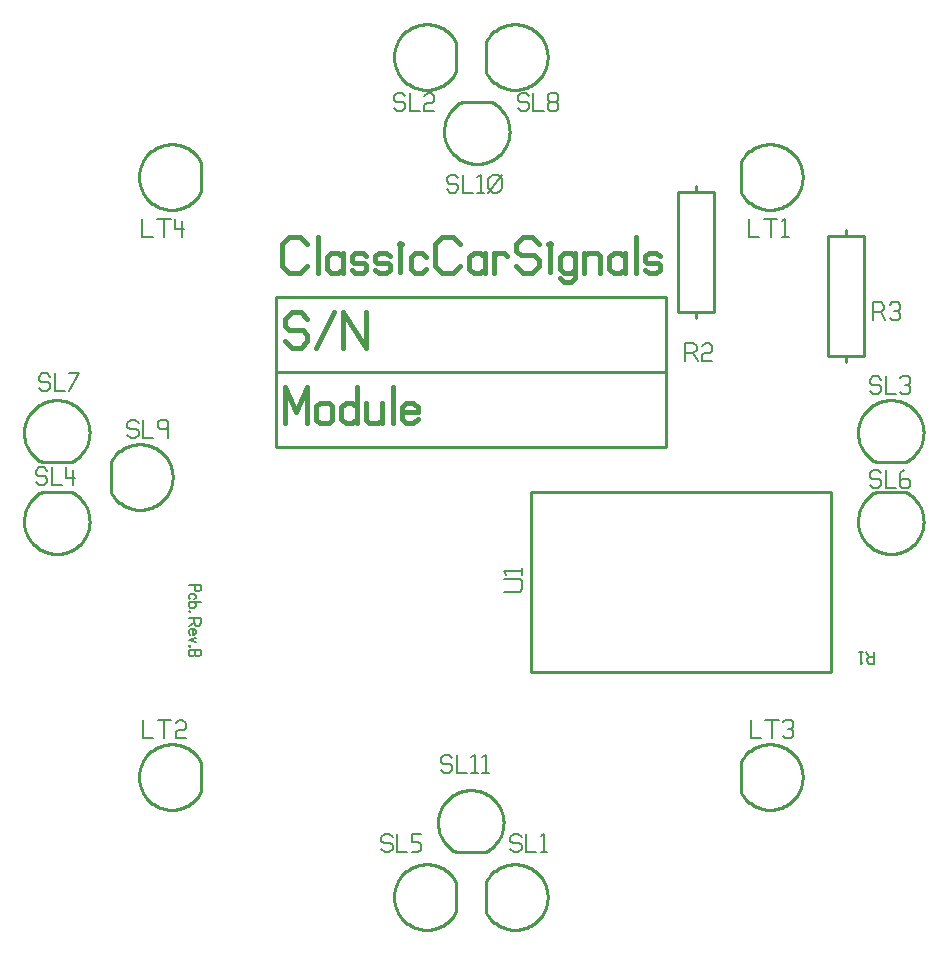
<source format=gto>
G04 -- Generated By PCBWeb Designer*
%FSLAX24Y24*%
%MOIN*%
%OFA0B0*%
%SFA1.0B1.0*%
%AMROTRECT*21,1,$1,$2,0,0,$3*%
%AMROTOBLONG*1,1,$7,$1,$2*1,1,$7,$3,$4*21,1,$5,$6,0,0,$8*%
%ADD10C,0.025*%
%ADD11R,0.045X0.045*%
%ADD12C,0.03*%
%ADD13R,0.055X0.055*%
%ADD14C,0.045*%
%ADD15C,0.055*%
%ADD16C,0.01*%
%ADD17C,0.008*%
%ADD18C,0.024*%
%ADD19C,0.035*%
%ADD20R,0.065X0.065*%
%ADD21C,0.032*%
%ADD22C,0.065*%
%ADD23C,0.005*%
%ADD24C,0.021*%
%ADD25R,0.0591X0.0512*%
%ADD26R,0.0691X0.0612*%
%ADD27R,0.0236X0.0315*%
%ADD28R,0.0336X0.0415*%
%ADD29C,0.033*%
%ADD30C,0.033*%
%ADD31C,0.026*%
%ADD32C,0.015*%
%ADD33C,0.031*%
%ADD34C,0.052*%
%ADD35C,0.062*%
%ADD36C,0.0*%
%ADD37C,0.0275*%
G01*
%LNERASE*%
%LPC*%
G54D18*
X16600Y11681D02*
X17125Y11681D01*
X17200Y11756D01*
X17200Y12019D01*
X17125Y12094D01*
X16600Y12094D01*
X17200Y12244D02*
X17200Y12469D01*
X17200Y12356D02*
X16600Y12356D01*
X16675Y12244D01*
G54D24*
X28955Y9681D02*
X28955Y9281D01*
X28780Y9281D01*
X28705Y9356D01*
X28705Y9431D01*
X28780Y9506D01*
X28955Y9506D01*
X28780Y9506D02*
X28680Y9681D01*
X28580Y9681D02*
X28430Y9681D01*
X28505Y9681D02*
X28505Y9281D01*
X28580Y9331D01*
G54D18*
X24781Y24100D02*
X24781Y23500D01*
X25119Y23500D01*
X25269Y24100D02*
X25719Y24100D01*
X25494Y24100D02*
X25494Y23500D01*
X25869Y23500D02*
X26094Y23500D01*
X25981Y23500D02*
X25981Y24100D01*
X25869Y24025D01*
X4575Y7400D02*
X4575Y6800D01*
X4912Y6800D01*
X5062Y7400D02*
X5512Y7400D01*
X5288Y7400D02*
X5288Y6800D01*
X5662Y7288D02*
X5775Y7400D01*
X5888Y7400D01*
X6000Y7288D01*
X6000Y7138D01*
X5925Y7062D01*
X5738Y7062D01*
X5662Y6988D01*
X5662Y6800D01*
X6000Y6800D01*
X24825Y7400D02*
X24825Y6800D01*
X25163Y6800D01*
X25313Y7400D02*
X25763Y7400D01*
X25538Y7400D02*
X25538Y6800D01*
X25913Y7325D02*
X25988Y7400D01*
X26175Y7400D01*
X26250Y7325D01*
X26250Y7175D01*
X26175Y7100D01*
X26063Y7100D01*
X26175Y7100D02*
X26250Y7025D01*
X26250Y6875D01*
X26175Y6800D01*
X25988Y6800D01*
X25913Y6875D01*
X17194Y3488D02*
X17081Y3600D01*
X16931Y3600D01*
X16819Y3488D01*
X16819Y3375D01*
X16894Y3300D01*
X17119Y3300D01*
X17194Y3225D01*
X17194Y3112D01*
X17081Y3000D01*
X16931Y3000D01*
X16819Y3112D01*
X17344Y3600D02*
X17344Y3000D01*
X17681Y3000D01*
X17831Y3000D02*
X18056Y3000D01*
X17944Y3000D02*
X17944Y3600D01*
X17831Y3525D01*
X13312Y28188D02*
X13200Y28300D01*
X13050Y28300D01*
X12938Y28188D01*
X12938Y28075D01*
X13012Y28000D01*
X13238Y28000D01*
X13312Y27925D01*
X13312Y27812D01*
X13200Y27700D01*
X13050Y27700D01*
X12938Y27812D01*
X13462Y28300D02*
X13462Y27700D01*
X13800Y27700D01*
X13950Y28188D02*
X14062Y28300D01*
X14175Y28300D01*
X14288Y28188D01*
X14288Y28038D01*
X14212Y27962D01*
X14025Y27962D01*
X13950Y27888D01*
X13950Y27700D01*
X14288Y27700D01*
X29175Y18750D02*
X29062Y18862D01*
X28912Y18862D01*
X28800Y18750D01*
X28800Y18638D01*
X28875Y18562D01*
X29100Y18562D01*
X29175Y18488D01*
X29175Y18375D01*
X29062Y18262D01*
X28912Y18262D01*
X28800Y18375D01*
X29325Y18862D02*
X29325Y18262D01*
X29662Y18262D01*
X29812Y18788D02*
X29888Y18862D01*
X30075Y18862D01*
X30150Y18788D01*
X30150Y18638D01*
X30075Y18562D01*
X29962Y18562D01*
X30075Y18562D02*
X30150Y18488D01*
X30150Y18338D01*
X30075Y18262D01*
X29888Y18262D01*
X29812Y18338D01*
X1375Y15706D02*
X1262Y15819D01*
X1112Y15819D01*
X1000Y15706D01*
X1000Y15594D01*
X1075Y15519D01*
X1300Y15519D01*
X1375Y15444D01*
X1375Y15331D01*
X1262Y15219D01*
X1112Y15219D01*
X1000Y15331D01*
X1525Y15819D02*
X1525Y15219D01*
X1862Y15219D01*
X2012Y15819D02*
X2012Y15481D01*
X2312Y15481D01*
X2238Y15744D02*
X2238Y15219D01*
X12894Y3488D02*
X12781Y3600D01*
X12631Y3600D01*
X12519Y3488D01*
X12519Y3375D01*
X12594Y3300D01*
X12819Y3300D01*
X12894Y3225D01*
X12894Y3112D01*
X12781Y3000D01*
X12631Y3000D01*
X12519Y3112D01*
X13044Y3600D02*
X13044Y3000D01*
X13381Y3000D01*
X13831Y3600D02*
X13531Y3600D01*
X13531Y3338D01*
X13756Y3338D01*
X13831Y3262D01*
X13831Y3075D01*
X13756Y3000D01*
X13531Y3000D01*
X29175Y15625D02*
X29062Y15738D01*
X28912Y15738D01*
X28800Y15625D01*
X28800Y15512D01*
X28875Y15438D01*
X29100Y15438D01*
X29175Y15362D01*
X29175Y15250D01*
X29062Y15138D01*
X28912Y15138D01*
X28800Y15250D01*
X29325Y15738D02*
X29325Y15138D01*
X29662Y15138D01*
X29925Y15738D02*
X29812Y15625D01*
X29812Y15212D01*
X29888Y15138D01*
X30075Y15138D01*
X30150Y15212D01*
X30150Y15362D01*
X30075Y15438D01*
X29888Y15438D01*
X29812Y15362D01*
X1475Y18850D02*
X1362Y18962D01*
X1212Y18962D01*
X1100Y18850D01*
X1100Y18738D01*
X1175Y18662D01*
X1400Y18662D01*
X1475Y18588D01*
X1475Y18475D01*
X1362Y18362D01*
X1212Y18362D01*
X1100Y18475D01*
X1625Y18962D02*
X1625Y18362D01*
X1962Y18362D01*
X2112Y18962D02*
X2450Y18962D01*
X2112Y18362D01*
X17438Y28188D02*
X17325Y28300D01*
X17175Y28300D01*
X17062Y28188D01*
X17062Y28075D01*
X17138Y28000D01*
X17362Y28000D01*
X17438Y27925D01*
X17438Y27812D01*
X17325Y27700D01*
X17175Y27700D01*
X17062Y27812D01*
X17588Y28300D02*
X17588Y27700D01*
X17925Y27700D01*
X18075Y27775D02*
X18150Y27700D01*
X18338Y27700D01*
X18412Y27775D01*
X18412Y27925D01*
X18338Y28000D01*
X18150Y28000D01*
X18075Y27925D01*
X18075Y27775D01*
X18075Y27775D01*
X18338Y28000D02*
X18412Y28075D01*
X18412Y28225D01*
X18338Y28300D01*
X18150Y28300D01*
X18075Y28225D01*
X18075Y28075D01*
X18150Y28000D01*
X4556Y24100D02*
X4556Y23500D01*
X4894Y23500D01*
X5044Y24100D02*
X5494Y24100D01*
X5269Y24100D02*
X5269Y23500D01*
X5644Y24100D02*
X5644Y23762D01*
X5944Y23762D01*
X5869Y24025D02*
X5869Y23500D01*
X4431Y17288D02*
X4319Y17400D01*
X4169Y17400D01*
X4056Y17288D01*
X4056Y17175D01*
X4131Y17100D01*
X4356Y17100D01*
X4431Y17025D01*
X4431Y16912D01*
X4319Y16800D01*
X4169Y16800D01*
X4056Y16912D01*
X4581Y17400D02*
X4581Y16800D01*
X4919Y16800D01*
X5069Y17325D02*
X5144Y17400D01*
X5331Y17400D01*
X5406Y17325D01*
X5406Y17175D01*
X5331Y17100D01*
X5144Y17100D01*
X5069Y17175D01*
X5069Y17325D01*
X5069Y17325D01*
X5406Y17175D02*
X5406Y16800D01*
X15075Y25469D02*
X14962Y25581D01*
X14812Y25581D01*
X14700Y25469D01*
X14700Y25356D01*
X14775Y25281D01*
X15000Y25281D01*
X15075Y25206D01*
X15075Y25094D01*
X14962Y24981D01*
X14812Y24981D01*
X14700Y25094D01*
X15225Y25581D02*
X15225Y24981D01*
X15562Y24981D01*
X15712Y24981D02*
X15938Y24981D01*
X15825Y24981D02*
X15825Y25581D01*
X15712Y25506D01*
X16088Y25131D02*
X16125Y25056D01*
X16162Y25019D01*
X16238Y24981D01*
X16388Y24981D01*
X16462Y25019D01*
X16500Y25056D01*
X16538Y25131D01*
X16538Y25431D01*
X16500Y25506D01*
X16462Y25544D01*
X16388Y25581D01*
X16238Y25581D01*
X16162Y25544D01*
X16125Y25506D01*
X16088Y25431D01*
X16088Y25131D01*
X16088Y25131D01*
X16088Y24981D02*
X16538Y25581D01*
X14875Y6119D02*
X14762Y6231D01*
X14612Y6231D01*
X14500Y6119D01*
X14500Y6006D01*
X14575Y5931D01*
X14800Y5931D01*
X14875Y5856D01*
X14875Y5744D01*
X14762Y5631D01*
X14612Y5631D01*
X14500Y5744D01*
X15025Y6231D02*
X15025Y5631D01*
X15362Y5631D01*
X15512Y5631D02*
X15738Y5631D01*
X15625Y5631D02*
X15625Y6231D01*
X15512Y6156D01*
X15888Y5631D02*
X16112Y5631D01*
X16000Y5631D02*
X16000Y6231D01*
X15888Y6156D01*
G54D33*
X10025Y23275D02*
X9800Y23500D01*
X9425Y23500D01*
X9200Y23275D01*
X9200Y22525D01*
X9425Y22300D01*
X9800Y22300D01*
X10025Y22525D01*
X10400Y23500D02*
X10400Y22300D01*
X10700Y22450D02*
X10850Y22300D01*
X11075Y22300D01*
X11225Y22450D01*
X11225Y22825D01*
X11075Y22975D01*
X10850Y22975D01*
X10700Y22825D01*
X10700Y22450D01*
X11225Y22300D02*
X11225Y22975D01*
X12012Y22862D02*
X11900Y22975D01*
X11638Y22975D01*
X11525Y22862D01*
X11525Y22712D01*
X11600Y22638D01*
X11938Y22638D01*
X12012Y22562D01*
X12012Y22412D01*
X11900Y22300D01*
X11638Y22300D01*
X11525Y22412D01*
X12800Y22862D02*
X12688Y22975D01*
X12425Y22975D01*
X12312Y22862D01*
X12312Y22712D01*
X12388Y22638D01*
X12725Y22638D01*
X12800Y22562D01*
X12800Y22412D01*
X12688Y22300D01*
X12425Y22300D01*
X12312Y22412D01*
X13156Y22319D02*
X13156Y23238D01*
X13119Y23275D02*
X13156Y23312D01*
X13194Y23275D01*
X13156Y23238D01*
X13119Y23275D01*
X14019Y22825D02*
X13869Y22975D01*
X13644Y22975D01*
X13494Y22825D01*
X13494Y22450D01*
X13644Y22300D01*
X13869Y22300D01*
X14019Y22450D01*
X15144Y23275D02*
X14919Y23500D01*
X14544Y23500D01*
X14319Y23275D01*
X14319Y22525D01*
X14544Y22300D01*
X14919Y22300D01*
X15144Y22525D01*
X15444Y22450D02*
X15594Y22300D01*
X15819Y22300D01*
X15969Y22450D01*
X15969Y22825D01*
X15819Y22975D01*
X15594Y22975D01*
X15444Y22825D01*
X15444Y22450D01*
X15969Y22300D02*
X15969Y22975D01*
X16269Y22975D02*
X16269Y22300D01*
X16719Y22862D02*
X16606Y22975D01*
X16381Y22975D01*
X16269Y22862D01*
X16269Y22825D01*
X17769Y23275D02*
X17544Y23500D01*
X17244Y23500D01*
X17019Y23275D01*
X17019Y23050D01*
X17169Y22900D01*
X17619Y22900D01*
X17769Y22750D01*
X17769Y22525D01*
X17544Y22300D01*
X17244Y22300D01*
X17019Y22525D01*
X18125Y22319D02*
X18125Y23238D01*
X18088Y23275D02*
X18125Y23312D01*
X18162Y23275D01*
X18125Y23238D01*
X18088Y23275D01*
X18462Y22750D02*
X18462Y22825D01*
X18612Y22975D01*
X18838Y22975D01*
X18988Y22825D01*
X18988Y22450D01*
X18838Y22300D01*
X18612Y22300D01*
X18462Y22450D01*
X18462Y22750D01*
X18988Y22975D02*
X18988Y22150D01*
X18838Y22000D01*
X18612Y22000D01*
X18462Y22150D01*
X19288Y22975D02*
X19288Y22300D01*
X19288Y22862D02*
X19400Y22975D01*
X19700Y22975D01*
X19812Y22862D01*
X19812Y22300D01*
X20112Y22450D02*
X20262Y22300D01*
X20488Y22300D01*
X20638Y22450D01*
X20638Y22825D01*
X20488Y22975D01*
X20262Y22975D01*
X20112Y22825D01*
X20112Y22450D01*
X20638Y22300D02*
X20638Y22975D01*
X21012Y23500D02*
X21012Y22300D01*
X21800Y22862D02*
X21688Y22975D01*
X21425Y22975D01*
X21312Y22862D01*
X21312Y22712D01*
X21388Y22638D01*
X21725Y22638D01*
X21800Y22562D01*
X21800Y22412D01*
X21688Y22300D01*
X21425Y22300D01*
X21312Y22412D01*
X9300Y17300D02*
X9300Y18500D01*
X9675Y17675D01*
X10050Y18500D01*
X10050Y17300D01*
X10462Y17975D02*
X10350Y17862D01*
X10350Y17412D01*
X10462Y17300D01*
X10762Y17300D01*
X10875Y17412D01*
X10875Y17862D01*
X10762Y17975D01*
X10462Y17975D01*
X11175Y17450D02*
X11175Y17825D01*
X11325Y17975D01*
X11550Y17975D01*
X11700Y17825D01*
X11700Y17450D01*
X11550Y17300D01*
X11325Y17300D01*
X11175Y17450D01*
X11700Y17300D02*
X11700Y18500D01*
X12000Y17975D02*
X12000Y17412D01*
X12112Y17300D01*
X12412Y17300D01*
X12525Y17412D01*
X12525Y17975D01*
X12525Y17450D02*
X12525Y17300D01*
X12900Y18500D02*
X12900Y17300D01*
X13725Y17450D02*
X13575Y17300D01*
X13350Y17300D01*
X13200Y17450D01*
X13200Y17825D01*
X13350Y17975D01*
X13575Y17975D01*
X13725Y17825D01*
X13725Y17675D01*
X13200Y17675D01*
X10050Y20775D02*
X9825Y21000D01*
X9525Y21000D01*
X9300Y20775D01*
X9300Y20550D01*
X9450Y20400D01*
X9900Y20400D01*
X10050Y20250D01*
X10050Y20025D01*
X9825Y19800D01*
X9525Y19800D01*
X9300Y20025D01*
X10350Y19800D02*
X10950Y21000D01*
X11250Y19800D02*
X11250Y21000D01*
X12000Y19800D01*
X12000Y21000D01*
G54D24*
X6100Y11900D02*
X6500Y11900D01*
X6500Y11750D01*
X6450Y11700D01*
X6350Y11700D01*
X6300Y11750D01*
X6300Y11900D01*
X6275Y11425D02*
X6325Y11475D01*
X6325Y11550D01*
X6275Y11600D01*
X6150Y11600D01*
X6100Y11550D01*
X6100Y11475D01*
X6150Y11425D01*
X6100Y11325D02*
X6500Y11325D01*
X6150Y11325D02*
X6100Y11275D01*
X6100Y11200D01*
X6150Y11150D01*
X6275Y11150D01*
X6325Y11200D01*
X6325Y11275D01*
X6275Y11325D01*
X6125Y11050D02*
X6100Y11025D01*
X6125Y11000D01*
X6150Y11025D01*
X6125Y11050D01*
X6100Y10800D02*
X6500Y10800D01*
X6500Y10625D01*
X6425Y10550D01*
X6350Y10550D01*
X6275Y10625D01*
X6275Y10800D01*
X6275Y10625D02*
X6100Y10525D01*
X6150Y10250D02*
X6100Y10300D01*
X6100Y10375D01*
X6150Y10425D01*
X6275Y10425D01*
X6325Y10375D01*
X6325Y10300D01*
X6275Y10250D01*
X6225Y10250D01*
X6225Y10425D01*
X6325Y10150D02*
X6100Y10075D01*
X6325Y10000D01*
X6125Y9900D02*
X6100Y9875D01*
X6125Y9850D01*
X6150Y9875D01*
X6125Y9900D01*
X6100Y9750D02*
X6500Y9750D01*
X6500Y9575D01*
X6450Y9525D01*
X6350Y9525D01*
X6300Y9575D01*
X6250Y9525D01*
X6150Y9525D01*
X6100Y9575D01*
X6100Y9750D01*
X6300Y9575D02*
X6300Y9750D01*
G54D18*
X22650Y19375D02*
X22650Y19975D01*
X22912Y19975D01*
X23025Y19862D01*
X23025Y19750D01*
X22912Y19638D01*
X22650Y19638D01*
X22912Y19638D02*
X23062Y19375D01*
X23212Y19862D02*
X23325Y19975D01*
X23438Y19975D01*
X23550Y19862D01*
X23550Y19712D01*
X23475Y19638D01*
X23288Y19638D01*
X23212Y19562D01*
X23212Y19375D01*
X23550Y19375D01*
X28900Y20725D02*
X28900Y21325D01*
X29162Y21325D01*
X29275Y21212D01*
X29275Y21100D01*
X29162Y20988D01*
X28900Y20988D01*
X29162Y20988D02*
X29312Y20725D01*
X29462Y21250D02*
X29538Y21325D01*
X29725Y21325D01*
X29800Y21250D01*
X29800Y21100D01*
X29725Y21025D01*
X29612Y21025D01*
X29725Y21025D02*
X29800Y20950D01*
X29800Y20800D01*
X29725Y20725D01*
X29538Y20725D01*
X29462Y20800D01*
%LNSTD*%
%LPD*%
G54D16*
X27500Y9000D02*
X27500Y15000D01*
X17500Y15000D01*
X17500Y9000D01*
X27500Y9000D01*
X27500Y9000D01*
G54D17*
X16600Y11681D02*
X17125Y11681D01*
X17200Y11756D01*
X17200Y12019D01*
X17125Y12094D01*
X16600Y12094D01*
X17200Y12244D02*
X17200Y12469D01*
X17200Y12356D02*
X16600Y12356D01*
X16675Y12244D01*
G54D23*
X28955Y9681D02*
X28955Y9281D01*
X28780Y9281D01*
X28705Y9356D01*
X28705Y9431D01*
X28780Y9506D01*
X28955Y9506D01*
X28780Y9506D02*
X28680Y9681D01*
X28580Y9681D02*
X28430Y9681D01*
X28505Y9681D02*
X28505Y9281D01*
X28580Y9331D01*
G54D16*
X24500Y25000D02*
X24522Y24960D01*
X24545Y24920D01*
X24570Y24882D01*
X24597Y24845D01*
X24625Y24809D01*
X24655Y24774D01*
X24686Y24740D01*
X24719Y24708D01*
X24753Y24677D01*
X24788Y24648D01*
X24824Y24620D01*
X24862Y24594D01*
X24900Y24569D01*
X24940Y24546D01*
X24981Y24525D01*
X25022Y24505D01*
X25064Y24487D01*
X25107Y24471D01*
X25150Y24456D01*
X25195Y24444D01*
X25239Y24433D01*
X25284Y24425D01*
X25329Y24418D01*
X25375Y24413D01*
X25421Y24410D01*
X25466Y24409D01*
X25512Y24409D01*
X25558Y24412D01*
X25604Y24417D01*
X25649Y24423D01*
X25694Y24432D01*
X25739Y24442D01*
X25783Y24454D01*
X25826Y24468D01*
X25869Y24484D01*
X25912Y24502D01*
X25953Y24521D01*
X25994Y24542D01*
X26033Y24565D01*
X26072Y24590D01*
X26110Y24616D01*
X26146Y24643D01*
X26182Y24672D01*
X26216Y24703D01*
X26249Y24735D01*
X26280Y24768D01*
X26310Y24803D01*
X26339Y24839D01*
X26366Y24876D01*
X26391Y24914D01*
X26415Y24953D01*
X26437Y24993D01*
X26457Y25034D01*
X26476Y25076D01*
X26493Y25119D01*
X26508Y25162D01*
X26521Y25206D01*
X26533Y25250D01*
X26542Y25295D01*
X26550Y25340D01*
X26556Y25386D01*
X26559Y25431D01*
X26561Y25477D01*
X26561Y25523D01*
X26559Y25569D01*
X26556Y25614D01*
X26550Y25660D01*
X26542Y25705D01*
X26533Y25750D01*
X26521Y25794D01*
X26508Y25838D01*
X26493Y25881D01*
X26476Y25924D01*
X26457Y25966D01*
X26437Y26007D01*
X26415Y26047D01*
X26391Y26086D01*
X26366Y26124D01*
X26339Y26161D01*
X26310Y26197D01*
X26280Y26232D01*
X26249Y26265D01*
X26216Y26297D01*
X26182Y26328D01*
X26146Y26357D01*
X26110Y26384D01*
X26072Y26410D01*
X26033Y26435D01*
X25994Y26458D01*
X25953Y26479D01*
X25912Y26498D01*
X25869Y26516D01*
X25826Y26532D01*
X25783Y26546D01*
X25739Y26558D01*
X25694Y26568D01*
X25649Y26577D01*
X25604Y26583D01*
X25558Y26588D01*
X25512Y26591D01*
X25466Y26591D01*
X25421Y26590D01*
X25375Y26587D01*
X25329Y26582D01*
X25284Y26575D01*
X25239Y26567D01*
X25195Y26556D01*
X25150Y26544D01*
X25107Y26529D01*
X25064Y26513D01*
X25022Y26495D01*
X24981Y26475D01*
X24940Y26454D01*
X24900Y26431D01*
X24862Y26406D01*
X24824Y26380D01*
X24788Y26352D01*
X24753Y26323D01*
X24719Y26292D01*
X24686Y26260D01*
X24655Y26226D01*
X24625Y26191D01*
X24597Y26155D01*
X24570Y26118D01*
X24545Y26080D01*
X24522Y26040D01*
X24500Y26000D01*
X24500Y26000D01*
X24500Y25000D02*
X24500Y26000D01*
G54D17*
X24781Y24100D02*
X24781Y23500D01*
X25119Y23500D01*
X25269Y24100D02*
X25719Y24100D01*
X25494Y24100D02*
X25494Y23500D01*
X25869Y23500D02*
X26094Y23500D01*
X25981Y23500D02*
X25981Y24100D01*
X25869Y24025D01*
G54D16*
X6500Y6000D02*
X6478Y6040D01*
X6455Y6080D01*
X6430Y6118D01*
X6403Y6155D01*
X6375Y6191D01*
X6345Y6226D01*
X6314Y6260D01*
X6281Y6292D01*
X6247Y6323D01*
X6212Y6352D01*
X6176Y6380D01*
X6138Y6406D01*
X6100Y6431D01*
X6060Y6454D01*
X6019Y6475D01*
X5978Y6495D01*
X5936Y6513D01*
X5893Y6529D01*
X5850Y6544D01*
X5805Y6556D01*
X5761Y6567D01*
X5716Y6575D01*
X5671Y6582D01*
X5625Y6587D01*
X5579Y6590D01*
X5534Y6591D01*
X5488Y6591D01*
X5442Y6588D01*
X5396Y6583D01*
X5351Y6577D01*
X5306Y6568D01*
X5261Y6558D01*
X5217Y6546D01*
X5174Y6532D01*
X5131Y6516D01*
X5088Y6498D01*
X5047Y6479D01*
X5006Y6458D01*
X4967Y6435D01*
X4928Y6410D01*
X4890Y6384D01*
X4854Y6357D01*
X4818Y6328D01*
X4784Y6297D01*
X4751Y6265D01*
X4720Y6232D01*
X4690Y6197D01*
X4661Y6161D01*
X4634Y6124D01*
X4609Y6086D01*
X4585Y6047D01*
X4563Y6007D01*
X4543Y5966D01*
X4524Y5924D01*
X4507Y5881D01*
X4492Y5838D01*
X4479Y5794D01*
X4467Y5750D01*
X4458Y5705D01*
X4450Y5660D01*
X4444Y5614D01*
X4441Y5569D01*
X4439Y5523D01*
X4439Y5477D01*
X4441Y5431D01*
X4444Y5386D01*
X4450Y5340D01*
X4458Y5295D01*
X4467Y5250D01*
X4479Y5206D01*
X4492Y5162D01*
X4507Y5119D01*
X4524Y5076D01*
X4543Y5034D01*
X4563Y4993D01*
X4585Y4953D01*
X4609Y4914D01*
X4634Y4876D01*
X4661Y4839D01*
X4690Y4803D01*
X4720Y4768D01*
X4751Y4735D01*
X4784Y4703D01*
X4818Y4672D01*
X4854Y4643D01*
X4890Y4616D01*
X4928Y4590D01*
X4967Y4565D01*
X5006Y4542D01*
X5047Y4521D01*
X5088Y4502D01*
X5131Y4484D01*
X5174Y4468D01*
X5217Y4454D01*
X5261Y4442D01*
X5306Y4432D01*
X5351Y4423D01*
X5396Y4417D01*
X5442Y4412D01*
X5488Y4409D01*
X5534Y4409D01*
X5579Y4410D01*
X5625Y4413D01*
X5671Y4418D01*
X5716Y4425D01*
X5761Y4433D01*
X5805Y4444D01*
X5850Y4456D01*
X5893Y4471D01*
X5936Y4487D01*
X5978Y4505D01*
X6019Y4525D01*
X6060Y4546D01*
X6100Y4569D01*
X6138Y4594D01*
X6176Y4620D01*
X6212Y4648D01*
X6247Y4677D01*
X6281Y4708D01*
X6314Y4740D01*
X6345Y4774D01*
X6375Y4809D01*
X6403Y4845D01*
X6430Y4882D01*
X6455Y4920D01*
X6478Y4960D01*
X6500Y5000D01*
X6500Y5000D01*
X6500Y6000D02*
X6500Y5000D01*
G54D17*
X4575Y7400D02*
X4575Y6800D01*
X4912Y6800D01*
X5062Y7400D02*
X5512Y7400D01*
X5288Y7400D02*
X5288Y6800D01*
X5662Y7288D02*
X5775Y7400D01*
X5888Y7400D01*
X6000Y7288D01*
X6000Y7138D01*
X5925Y7062D01*
X5738Y7062D01*
X5662Y6988D01*
X5662Y6800D01*
X6000Y6800D01*
G54D16*
X24500Y5000D02*
X24522Y4960D01*
X24545Y4920D01*
X24570Y4882D01*
X24597Y4845D01*
X24625Y4809D01*
X24655Y4774D01*
X24686Y4740D01*
X24719Y4708D01*
X24753Y4677D01*
X24788Y4648D01*
X24824Y4620D01*
X24862Y4594D01*
X24900Y4569D01*
X24940Y4546D01*
X24981Y4525D01*
X25022Y4505D01*
X25064Y4487D01*
X25107Y4471D01*
X25150Y4456D01*
X25195Y4444D01*
X25239Y4433D01*
X25284Y4425D01*
X25329Y4418D01*
X25375Y4413D01*
X25421Y4410D01*
X25466Y4409D01*
X25512Y4409D01*
X25558Y4412D01*
X25604Y4417D01*
X25649Y4423D01*
X25694Y4432D01*
X25739Y4442D01*
X25783Y4454D01*
X25826Y4468D01*
X25869Y4484D01*
X25912Y4502D01*
X25953Y4521D01*
X25994Y4542D01*
X26033Y4565D01*
X26072Y4590D01*
X26110Y4616D01*
X26146Y4643D01*
X26182Y4672D01*
X26216Y4703D01*
X26249Y4735D01*
X26280Y4768D01*
X26310Y4803D01*
X26339Y4839D01*
X26366Y4876D01*
X26391Y4914D01*
X26415Y4953D01*
X26437Y4993D01*
X26457Y5034D01*
X26476Y5076D01*
X26493Y5119D01*
X26508Y5162D01*
X26521Y5206D01*
X26533Y5250D01*
X26542Y5295D01*
X26550Y5340D01*
X26556Y5386D01*
X26559Y5431D01*
X26561Y5477D01*
X26561Y5523D01*
X26559Y5569D01*
X26556Y5614D01*
X26550Y5660D01*
X26542Y5705D01*
X26533Y5750D01*
X26521Y5794D01*
X26508Y5838D01*
X26493Y5881D01*
X26476Y5924D01*
X26457Y5966D01*
X26437Y6007D01*
X26415Y6047D01*
X26391Y6086D01*
X26366Y6124D01*
X26339Y6161D01*
X26310Y6197D01*
X26280Y6232D01*
X26249Y6265D01*
X26216Y6297D01*
X26182Y6328D01*
X26146Y6357D01*
X26110Y6384D01*
X26072Y6410D01*
X26033Y6435D01*
X25994Y6458D01*
X25953Y6479D01*
X25912Y6498D01*
X25869Y6516D01*
X25826Y6532D01*
X25783Y6546D01*
X25739Y6558D01*
X25694Y6568D01*
X25649Y6577D01*
X25604Y6583D01*
X25558Y6588D01*
X25512Y6591D01*
X25466Y6591D01*
X25421Y6590D01*
X25375Y6587D01*
X25329Y6582D01*
X25284Y6575D01*
X25239Y6567D01*
X25195Y6556D01*
X25150Y6544D01*
X25107Y6529D01*
X25064Y6513D01*
X25022Y6495D01*
X24981Y6475D01*
X24940Y6454D01*
X24900Y6431D01*
X24862Y6406D01*
X24824Y6380D01*
X24788Y6352D01*
X24753Y6323D01*
X24719Y6292D01*
X24686Y6260D01*
X24655Y6226D01*
X24625Y6191D01*
X24597Y6155D01*
X24570Y6118D01*
X24545Y6080D01*
X24522Y6040D01*
X24500Y6000D01*
X24500Y6000D01*
X24500Y5000D02*
X24500Y6000D01*
G54D17*
X24825Y7400D02*
X24825Y6800D01*
X25163Y6800D01*
X25313Y7400D02*
X25763Y7400D01*
X25538Y7400D02*
X25538Y6800D01*
X25913Y7325D02*
X25988Y7400D01*
X26175Y7400D01*
X26250Y7325D01*
X26250Y7175D01*
X26175Y7100D01*
X26063Y7100D01*
X26175Y7100D02*
X26250Y7025D01*
X26250Y6875D01*
X26175Y6800D01*
X25988Y6800D01*
X25913Y6875D01*
G54D16*
X16000Y1000D02*
X16022Y960D01*
X16045Y920D01*
X16070Y882D01*
X16097Y845D01*
X16125Y809D01*
X16155Y774D01*
X16186Y740D01*
X16219Y708D01*
X16253Y677D01*
X16288Y648D01*
X16324Y620D01*
X16362Y594D01*
X16400Y569D01*
X16440Y546D01*
X16481Y525D01*
X16522Y505D01*
X16564Y487D01*
X16607Y471D01*
X16650Y456D01*
X16695Y444D01*
X16739Y433D01*
X16784Y425D01*
X16829Y418D01*
X16875Y413D01*
X16921Y410D01*
X16966Y409D01*
X17012Y409D01*
X17058Y412D01*
X17104Y417D01*
X17149Y423D01*
X17194Y432D01*
X17239Y442D01*
X17283Y454D01*
X17326Y468D01*
X17369Y484D01*
X17412Y502D01*
X17453Y521D01*
X17494Y542D01*
X17533Y565D01*
X17572Y590D01*
X17610Y616D01*
X17646Y643D01*
X17682Y672D01*
X17716Y703D01*
X17749Y735D01*
X17780Y768D01*
X17810Y803D01*
X17839Y839D01*
X17866Y876D01*
X17891Y914D01*
X17915Y953D01*
X17937Y993D01*
X17957Y1034D01*
X17976Y1076D01*
X17993Y1119D01*
X18008Y1162D01*
X18021Y1206D01*
X18033Y1250D01*
X18042Y1295D01*
X18050Y1340D01*
X18056Y1386D01*
X18059Y1431D01*
X18061Y1477D01*
X18061Y1523D01*
X18059Y1569D01*
X18056Y1614D01*
X18050Y1660D01*
X18042Y1705D01*
X18033Y1750D01*
X18021Y1794D01*
X18008Y1838D01*
X17993Y1881D01*
X17976Y1924D01*
X17957Y1966D01*
X17937Y2007D01*
X17915Y2047D01*
X17891Y2086D01*
X17866Y2124D01*
X17839Y2161D01*
X17810Y2197D01*
X17780Y2232D01*
X17749Y2265D01*
X17716Y2297D01*
X17682Y2328D01*
X17646Y2357D01*
X17610Y2384D01*
X17572Y2410D01*
X17533Y2435D01*
X17494Y2458D01*
X17453Y2479D01*
X17412Y2498D01*
X17369Y2516D01*
X17326Y2532D01*
X17283Y2546D01*
X17239Y2558D01*
X17194Y2568D01*
X17149Y2577D01*
X17104Y2583D01*
X17058Y2588D01*
X17012Y2591D01*
X16966Y2591D01*
X16921Y2590D01*
X16875Y2587D01*
X16829Y2582D01*
X16784Y2575D01*
X16739Y2567D01*
X16695Y2556D01*
X16650Y2544D01*
X16607Y2529D01*
X16564Y2513D01*
X16522Y2495D01*
X16481Y2475D01*
X16440Y2454D01*
X16400Y2431D01*
X16362Y2406D01*
X16324Y2380D01*
X16288Y2352D01*
X16253Y2323D01*
X16219Y2292D01*
X16186Y2260D01*
X16155Y2226D01*
X16125Y2191D01*
X16097Y2155D01*
X16070Y2118D01*
X16045Y2080D01*
X16022Y2040D01*
X16000Y2000D01*
X16000Y2000D01*
X16000Y1000D02*
X16000Y2000D01*
G54D17*
X17194Y3488D02*
X17081Y3600D01*
X16931Y3600D01*
X16819Y3488D01*
X16819Y3375D01*
X16894Y3300D01*
X17119Y3300D01*
X17194Y3225D01*
X17194Y3112D01*
X17081Y3000D01*
X16931Y3000D01*
X16819Y3112D01*
X17344Y3600D02*
X17344Y3000D01*
X17681Y3000D01*
X17831Y3000D02*
X18056Y3000D01*
X17944Y3000D02*
X17944Y3600D01*
X17831Y3525D01*
G54D16*
X15000Y30000D02*
X14978Y30040D01*
X14955Y30080D01*
X14930Y30118D01*
X14903Y30155D01*
X14875Y30191D01*
X14845Y30226D01*
X14814Y30260D01*
X14781Y30292D01*
X14747Y30323D01*
X14712Y30352D01*
X14676Y30380D01*
X14638Y30406D01*
X14600Y30431D01*
X14560Y30454D01*
X14519Y30475D01*
X14478Y30495D01*
X14436Y30513D01*
X14393Y30529D01*
X14350Y30544D01*
X14305Y30556D01*
X14261Y30567D01*
X14216Y30575D01*
X14171Y30582D01*
X14125Y30587D01*
X14079Y30590D01*
X14034Y30591D01*
X13988Y30591D01*
X13942Y30588D01*
X13896Y30583D01*
X13851Y30577D01*
X13806Y30568D01*
X13761Y30558D01*
X13717Y30546D01*
X13674Y30532D01*
X13631Y30516D01*
X13588Y30498D01*
X13547Y30479D01*
X13506Y30458D01*
X13467Y30435D01*
X13428Y30410D01*
X13390Y30384D01*
X13354Y30357D01*
X13318Y30328D01*
X13284Y30297D01*
X13251Y30265D01*
X13220Y30232D01*
X13190Y30197D01*
X13161Y30161D01*
X13134Y30124D01*
X13109Y30086D01*
X13085Y30047D01*
X13063Y30007D01*
X13043Y29966D01*
X13024Y29924D01*
X13007Y29881D01*
X12992Y29838D01*
X12979Y29794D01*
X12967Y29750D01*
X12958Y29705D01*
X12950Y29660D01*
X12944Y29614D01*
X12941Y29569D01*
X12939Y29523D01*
X12939Y29477D01*
X12941Y29431D01*
X12944Y29386D01*
X12950Y29340D01*
X12958Y29295D01*
X12967Y29250D01*
X12979Y29206D01*
X12992Y29162D01*
X13007Y29119D01*
X13024Y29076D01*
X13043Y29034D01*
X13063Y28993D01*
X13085Y28953D01*
X13109Y28914D01*
X13134Y28876D01*
X13161Y28839D01*
X13190Y28803D01*
X13220Y28768D01*
X13251Y28735D01*
X13284Y28703D01*
X13318Y28672D01*
X13354Y28643D01*
X13390Y28616D01*
X13428Y28590D01*
X13467Y28565D01*
X13506Y28542D01*
X13547Y28521D01*
X13588Y28502D01*
X13631Y28484D01*
X13674Y28468D01*
X13717Y28454D01*
X13761Y28442D01*
X13806Y28432D01*
X13851Y28423D01*
X13896Y28417D01*
X13942Y28412D01*
X13988Y28409D01*
X14034Y28409D01*
X14079Y28410D01*
X14125Y28413D01*
X14171Y28418D01*
X14216Y28425D01*
X14261Y28433D01*
X14305Y28444D01*
X14350Y28456D01*
X14393Y28471D01*
X14436Y28487D01*
X14478Y28505D01*
X14519Y28525D01*
X14560Y28546D01*
X14600Y28569D01*
X14638Y28594D01*
X14676Y28620D01*
X14712Y28648D01*
X14747Y28677D01*
X14781Y28708D01*
X14814Y28740D01*
X14845Y28774D01*
X14875Y28809D01*
X14903Y28845D01*
X14930Y28882D01*
X14955Y28920D01*
X14978Y28960D01*
X15000Y29000D01*
X15000Y29000D01*
X15000Y30000D02*
X15000Y29000D01*
G54D17*
X13312Y28188D02*
X13200Y28300D01*
X13050Y28300D01*
X12938Y28188D01*
X12938Y28075D01*
X13012Y28000D01*
X13238Y28000D01*
X13312Y27925D01*
X13312Y27812D01*
X13200Y27700D01*
X13050Y27700D01*
X12938Y27812D01*
X13462Y28300D02*
X13462Y27700D01*
X13800Y27700D01*
X13950Y28188D02*
X14062Y28300D01*
X14175Y28300D01*
X14288Y28188D01*
X14288Y28038D01*
X14212Y27962D01*
X14025Y27962D01*
X13950Y27888D01*
X13950Y27700D01*
X14288Y27700D01*
G54D16*
X30000Y16000D02*
X30040Y16022D01*
X30080Y16045D01*
X30118Y16070D01*
X30155Y16097D01*
X30191Y16125D01*
X30226Y16155D01*
X30260Y16186D01*
X30292Y16219D01*
X30323Y16253D01*
X30352Y16288D01*
X30380Y16324D01*
X30406Y16362D01*
X30431Y16400D01*
X30454Y16440D01*
X30475Y16481D01*
X30495Y16522D01*
X30513Y16564D01*
X30529Y16607D01*
X30544Y16650D01*
X30556Y16695D01*
X30567Y16739D01*
X30575Y16784D01*
X30582Y16829D01*
X30587Y16875D01*
X30590Y16921D01*
X30591Y16966D01*
X30591Y17012D01*
X30588Y17058D01*
X30583Y17104D01*
X30577Y17149D01*
X30568Y17194D01*
X30558Y17239D01*
X30546Y17283D01*
X30532Y17326D01*
X30516Y17369D01*
X30498Y17412D01*
X30479Y17453D01*
X30458Y17494D01*
X30435Y17533D01*
X30410Y17572D01*
X30384Y17610D01*
X30357Y17646D01*
X30328Y17682D01*
X30297Y17716D01*
X30265Y17749D01*
X30232Y17780D01*
X30197Y17810D01*
X30161Y17839D01*
X30124Y17866D01*
X30086Y17891D01*
X30047Y17915D01*
X30007Y17937D01*
X29966Y17957D01*
X29924Y17976D01*
X29881Y17993D01*
X29838Y18008D01*
X29794Y18021D01*
X29750Y18033D01*
X29705Y18042D01*
X29660Y18050D01*
X29614Y18056D01*
X29569Y18059D01*
X29523Y18061D01*
X29477Y18061D01*
X29431Y18059D01*
X29386Y18056D01*
X29340Y18050D01*
X29295Y18042D01*
X29250Y18033D01*
X29206Y18021D01*
X29162Y18008D01*
X29119Y17993D01*
X29076Y17976D01*
X29034Y17957D01*
X28993Y17937D01*
X28953Y17915D01*
X28914Y17891D01*
X28876Y17866D01*
X28839Y17839D01*
X28803Y17810D01*
X28768Y17780D01*
X28735Y17749D01*
X28703Y17716D01*
X28672Y17682D01*
X28643Y17646D01*
X28616Y17610D01*
X28590Y17572D01*
X28565Y17533D01*
X28542Y17494D01*
X28521Y17453D01*
X28502Y17412D01*
X28484Y17369D01*
X28468Y17326D01*
X28454Y17283D01*
X28442Y17239D01*
X28432Y17194D01*
X28423Y17149D01*
X28417Y17104D01*
X28412Y17058D01*
X28409Y17012D01*
X28409Y16966D01*
X28410Y16921D01*
X28413Y16875D01*
X28418Y16829D01*
X28425Y16784D01*
X28433Y16739D01*
X28444Y16695D01*
X28456Y16650D01*
X28471Y16607D01*
X28487Y16564D01*
X28505Y16522D01*
X28525Y16481D01*
X28546Y16440D01*
X28569Y16400D01*
X28594Y16362D01*
X28620Y16324D01*
X28648Y16288D01*
X28677Y16253D01*
X28708Y16219D01*
X28740Y16186D01*
X28774Y16155D01*
X28809Y16125D01*
X28845Y16097D01*
X28882Y16070D01*
X28920Y16045D01*
X28960Y16022D01*
X29000Y16000D01*
X29000Y16000D01*
X30000Y16000D02*
X29000Y16000D01*
G54D17*
X29175Y18750D02*
X29062Y18862D01*
X28912Y18862D01*
X28800Y18750D01*
X28800Y18638D01*
X28875Y18562D01*
X29100Y18562D01*
X29175Y18488D01*
X29175Y18375D01*
X29062Y18262D01*
X28912Y18262D01*
X28800Y18375D01*
X29325Y18862D02*
X29325Y18262D01*
X29662Y18262D01*
X29812Y18788D02*
X29888Y18862D01*
X30075Y18862D01*
X30150Y18788D01*
X30150Y18638D01*
X30075Y18562D01*
X29962Y18562D01*
X30075Y18562D02*
X30150Y18488D01*
X30150Y18338D01*
X30075Y18262D01*
X29888Y18262D01*
X29812Y18338D01*
G54D16*
X1200Y15000D02*
X1160Y14978D01*
X1120Y14955D01*
X1082Y14930D01*
X1045Y14903D01*
X1009Y14875D01*
X974Y14845D01*
X940Y14814D01*
X908Y14781D01*
X877Y14747D01*
X848Y14712D01*
X820Y14676D01*
X794Y14638D01*
X769Y14600D01*
X746Y14560D01*
X725Y14519D01*
X705Y14478D01*
X687Y14436D01*
X671Y14393D01*
X656Y14350D01*
X644Y14305D01*
X633Y14261D01*
X625Y14216D01*
X618Y14171D01*
X613Y14125D01*
X610Y14079D01*
X609Y14034D01*
X609Y13988D01*
X612Y13942D01*
X617Y13896D01*
X623Y13851D01*
X632Y13806D01*
X642Y13761D01*
X654Y13717D01*
X668Y13674D01*
X684Y13631D01*
X702Y13588D01*
X721Y13547D01*
X742Y13506D01*
X765Y13467D01*
X790Y13428D01*
X816Y13390D01*
X843Y13354D01*
X872Y13318D01*
X903Y13284D01*
X935Y13251D01*
X968Y13220D01*
X1003Y13190D01*
X1039Y13161D01*
X1076Y13134D01*
X1114Y13109D01*
X1153Y13085D01*
X1193Y13063D01*
X1234Y13043D01*
X1276Y13024D01*
X1319Y13007D01*
X1362Y12992D01*
X1406Y12979D01*
X1450Y12967D01*
X1495Y12958D01*
X1540Y12950D01*
X1586Y12944D01*
X1631Y12941D01*
X1677Y12939D01*
X1723Y12939D01*
X1769Y12941D01*
X1814Y12944D01*
X1860Y12950D01*
X1905Y12958D01*
X1950Y12967D01*
X1994Y12979D01*
X2038Y12992D01*
X2081Y13007D01*
X2124Y13024D01*
X2166Y13043D01*
X2207Y13063D01*
X2247Y13085D01*
X2286Y13109D01*
X2324Y13134D01*
X2361Y13161D01*
X2397Y13190D01*
X2432Y13220D01*
X2465Y13251D01*
X2497Y13284D01*
X2528Y13318D01*
X2557Y13354D01*
X2584Y13390D01*
X2610Y13428D01*
X2635Y13467D01*
X2658Y13506D01*
X2679Y13547D01*
X2698Y13588D01*
X2716Y13631D01*
X2732Y13674D01*
X2746Y13717D01*
X2758Y13761D01*
X2768Y13806D01*
X2777Y13851D01*
X2783Y13896D01*
X2788Y13942D01*
X2791Y13988D01*
X2791Y14034D01*
X2790Y14079D01*
X2787Y14125D01*
X2782Y14171D01*
X2775Y14216D01*
X2767Y14261D01*
X2756Y14305D01*
X2744Y14350D01*
X2729Y14393D01*
X2713Y14436D01*
X2695Y14478D01*
X2675Y14519D01*
X2654Y14560D01*
X2631Y14600D01*
X2606Y14638D01*
X2580Y14676D01*
X2552Y14712D01*
X2523Y14747D01*
X2492Y14781D01*
X2460Y14814D01*
X2426Y14845D01*
X2391Y14875D01*
X2355Y14903D01*
X2318Y14930D01*
X2280Y14955D01*
X2240Y14978D01*
X2200Y15000D01*
X2200Y15000D01*
X1200Y15000D02*
X2200Y15000D01*
G54D17*
X1375Y15706D02*
X1262Y15819D01*
X1112Y15819D01*
X1000Y15706D01*
X1000Y15594D01*
X1075Y15519D01*
X1300Y15519D01*
X1375Y15444D01*
X1375Y15331D01*
X1262Y15219D01*
X1112Y15219D01*
X1000Y15331D01*
X1525Y15819D02*
X1525Y15219D01*
X1862Y15219D01*
X2012Y15819D02*
X2012Y15481D01*
X2312Y15481D01*
X2238Y15744D02*
X2238Y15219D01*
G54D16*
X15000Y2000D02*
X14978Y2040D01*
X14955Y2080D01*
X14930Y2118D01*
X14903Y2155D01*
X14875Y2191D01*
X14845Y2226D01*
X14814Y2260D01*
X14781Y2292D01*
X14747Y2323D01*
X14712Y2352D01*
X14676Y2380D01*
X14638Y2406D01*
X14600Y2431D01*
X14560Y2454D01*
X14519Y2475D01*
X14478Y2495D01*
X14436Y2513D01*
X14393Y2529D01*
X14350Y2544D01*
X14305Y2556D01*
X14261Y2567D01*
X14216Y2575D01*
X14171Y2582D01*
X14125Y2587D01*
X14079Y2590D01*
X14034Y2591D01*
X13988Y2591D01*
X13942Y2588D01*
X13896Y2583D01*
X13851Y2577D01*
X13806Y2568D01*
X13761Y2558D01*
X13717Y2546D01*
X13674Y2532D01*
X13631Y2516D01*
X13588Y2498D01*
X13547Y2479D01*
X13506Y2458D01*
X13467Y2435D01*
X13428Y2410D01*
X13390Y2384D01*
X13354Y2357D01*
X13318Y2328D01*
X13284Y2297D01*
X13251Y2265D01*
X13220Y2232D01*
X13190Y2197D01*
X13161Y2161D01*
X13134Y2124D01*
X13109Y2086D01*
X13085Y2047D01*
X13063Y2007D01*
X13043Y1966D01*
X13024Y1924D01*
X13007Y1881D01*
X12992Y1838D01*
X12979Y1794D01*
X12967Y1750D01*
X12958Y1705D01*
X12950Y1660D01*
X12944Y1614D01*
X12941Y1569D01*
X12939Y1523D01*
X12939Y1477D01*
X12941Y1431D01*
X12944Y1386D01*
X12950Y1340D01*
X12958Y1295D01*
X12967Y1250D01*
X12979Y1206D01*
X12992Y1162D01*
X13007Y1119D01*
X13024Y1076D01*
X13043Y1034D01*
X13063Y993D01*
X13085Y953D01*
X13109Y914D01*
X13134Y876D01*
X13161Y839D01*
X13190Y803D01*
X13220Y768D01*
X13251Y735D01*
X13284Y703D01*
X13318Y672D01*
X13354Y643D01*
X13390Y616D01*
X13428Y590D01*
X13467Y565D01*
X13506Y542D01*
X13547Y521D01*
X13588Y502D01*
X13631Y484D01*
X13674Y468D01*
X13717Y454D01*
X13761Y442D01*
X13806Y432D01*
X13851Y423D01*
X13896Y417D01*
X13942Y412D01*
X13988Y409D01*
X14034Y409D01*
X14079Y410D01*
X14125Y413D01*
X14171Y418D01*
X14216Y425D01*
X14261Y433D01*
X14305Y444D01*
X14350Y456D01*
X14393Y471D01*
X14436Y487D01*
X14478Y505D01*
X14519Y525D01*
X14560Y546D01*
X14600Y569D01*
X14638Y594D01*
X14676Y620D01*
X14712Y648D01*
X14747Y677D01*
X14781Y708D01*
X14814Y740D01*
X14845Y774D01*
X14875Y809D01*
X14903Y845D01*
X14930Y882D01*
X14955Y920D01*
X14978Y960D01*
X15000Y1000D01*
X15000Y1000D01*
X15000Y2000D02*
X15000Y1000D01*
G54D17*
X12894Y3488D02*
X12781Y3600D01*
X12631Y3600D01*
X12519Y3488D01*
X12519Y3375D01*
X12594Y3300D01*
X12819Y3300D01*
X12894Y3225D01*
X12894Y3112D01*
X12781Y3000D01*
X12631Y3000D01*
X12519Y3112D01*
X13044Y3600D02*
X13044Y3000D01*
X13381Y3000D01*
X13831Y3600D02*
X13531Y3600D01*
X13531Y3338D01*
X13756Y3338D01*
X13831Y3262D01*
X13831Y3075D01*
X13756Y3000D01*
X13531Y3000D01*
G54D16*
X29000Y15000D02*
X28960Y14978D01*
X28920Y14955D01*
X28882Y14930D01*
X28845Y14903D01*
X28809Y14875D01*
X28774Y14845D01*
X28740Y14814D01*
X28708Y14781D01*
X28677Y14747D01*
X28648Y14712D01*
X28620Y14676D01*
X28594Y14638D01*
X28569Y14600D01*
X28546Y14560D01*
X28525Y14519D01*
X28505Y14478D01*
X28487Y14436D01*
X28471Y14393D01*
X28456Y14350D01*
X28444Y14305D01*
X28433Y14261D01*
X28425Y14216D01*
X28418Y14171D01*
X28413Y14125D01*
X28410Y14079D01*
X28409Y14034D01*
X28409Y13988D01*
X28412Y13942D01*
X28417Y13896D01*
X28423Y13851D01*
X28432Y13806D01*
X28442Y13761D01*
X28454Y13717D01*
X28468Y13674D01*
X28484Y13631D01*
X28502Y13588D01*
X28521Y13547D01*
X28542Y13506D01*
X28565Y13467D01*
X28590Y13428D01*
X28616Y13390D01*
X28643Y13354D01*
X28672Y13318D01*
X28703Y13284D01*
X28735Y13251D01*
X28768Y13220D01*
X28803Y13190D01*
X28839Y13161D01*
X28876Y13134D01*
X28914Y13109D01*
X28953Y13085D01*
X28993Y13063D01*
X29034Y13043D01*
X29076Y13024D01*
X29119Y13007D01*
X29162Y12992D01*
X29206Y12979D01*
X29250Y12967D01*
X29295Y12958D01*
X29340Y12950D01*
X29386Y12944D01*
X29431Y12941D01*
X29477Y12939D01*
X29523Y12939D01*
X29569Y12941D01*
X29614Y12944D01*
X29660Y12950D01*
X29705Y12958D01*
X29750Y12967D01*
X29794Y12979D01*
X29838Y12992D01*
X29881Y13007D01*
X29924Y13024D01*
X29966Y13043D01*
X30007Y13063D01*
X30047Y13085D01*
X30086Y13109D01*
X30124Y13134D01*
X30161Y13161D01*
X30197Y13190D01*
X30232Y13220D01*
X30265Y13251D01*
X30297Y13284D01*
X30328Y13318D01*
X30357Y13354D01*
X30384Y13390D01*
X30410Y13428D01*
X30435Y13467D01*
X30458Y13506D01*
X30479Y13547D01*
X30498Y13588D01*
X30516Y13631D01*
X30532Y13674D01*
X30546Y13717D01*
X30558Y13761D01*
X30568Y13806D01*
X30577Y13851D01*
X30583Y13896D01*
X30588Y13942D01*
X30591Y13988D01*
X30591Y14034D01*
X30590Y14079D01*
X30587Y14125D01*
X30582Y14171D01*
X30575Y14216D01*
X30567Y14261D01*
X30556Y14305D01*
X30544Y14350D01*
X30529Y14393D01*
X30513Y14436D01*
X30495Y14478D01*
X30475Y14519D01*
X30454Y14560D01*
X30431Y14600D01*
X30406Y14638D01*
X30380Y14676D01*
X30352Y14712D01*
X30323Y14747D01*
X30292Y14781D01*
X30260Y14814D01*
X30226Y14845D01*
X30191Y14875D01*
X30155Y14903D01*
X30118Y14930D01*
X30080Y14955D01*
X30040Y14978D01*
X30000Y15000D01*
X30000Y15000D01*
X29000Y15000D02*
X30000Y15000D01*
G54D17*
X29175Y15625D02*
X29062Y15738D01*
X28912Y15738D01*
X28800Y15625D01*
X28800Y15512D01*
X28875Y15438D01*
X29100Y15438D01*
X29175Y15362D01*
X29175Y15250D01*
X29062Y15138D01*
X28912Y15138D01*
X28800Y15250D01*
X29325Y15738D02*
X29325Y15138D01*
X29662Y15138D01*
X29925Y15738D02*
X29812Y15625D01*
X29812Y15212D01*
X29888Y15138D01*
X30075Y15138D01*
X30150Y15212D01*
X30150Y15362D01*
X30075Y15438D01*
X29888Y15438D01*
X29812Y15362D01*
G54D16*
X2200Y16000D02*
X2240Y16022D01*
X2280Y16045D01*
X2318Y16070D01*
X2355Y16097D01*
X2391Y16125D01*
X2426Y16155D01*
X2460Y16186D01*
X2492Y16219D01*
X2523Y16253D01*
X2552Y16288D01*
X2580Y16324D01*
X2606Y16362D01*
X2631Y16400D01*
X2654Y16440D01*
X2675Y16481D01*
X2695Y16522D01*
X2713Y16564D01*
X2729Y16607D01*
X2744Y16650D01*
X2756Y16695D01*
X2767Y16739D01*
X2775Y16784D01*
X2782Y16829D01*
X2787Y16875D01*
X2790Y16921D01*
X2791Y16966D01*
X2791Y17012D01*
X2788Y17058D01*
X2783Y17104D01*
X2777Y17149D01*
X2768Y17194D01*
X2758Y17239D01*
X2746Y17283D01*
X2732Y17326D01*
X2716Y17369D01*
X2698Y17412D01*
X2679Y17453D01*
X2658Y17494D01*
X2635Y17533D01*
X2610Y17572D01*
X2584Y17610D01*
X2557Y17646D01*
X2528Y17682D01*
X2497Y17716D01*
X2465Y17749D01*
X2432Y17780D01*
X2397Y17810D01*
X2361Y17839D01*
X2324Y17866D01*
X2286Y17891D01*
X2247Y17915D01*
X2207Y17937D01*
X2166Y17957D01*
X2124Y17976D01*
X2081Y17993D01*
X2038Y18008D01*
X1994Y18021D01*
X1950Y18033D01*
X1905Y18042D01*
X1860Y18050D01*
X1814Y18056D01*
X1769Y18059D01*
X1723Y18061D01*
X1677Y18061D01*
X1631Y18059D01*
X1586Y18056D01*
X1540Y18050D01*
X1495Y18042D01*
X1450Y18033D01*
X1406Y18021D01*
X1362Y18008D01*
X1319Y17993D01*
X1276Y17976D01*
X1234Y17957D01*
X1193Y17937D01*
X1153Y17915D01*
X1114Y17891D01*
X1076Y17866D01*
X1039Y17839D01*
X1003Y17810D01*
X968Y17780D01*
X935Y17749D01*
X903Y17716D01*
X872Y17682D01*
X843Y17646D01*
X816Y17610D01*
X790Y17572D01*
X765Y17533D01*
X742Y17494D01*
X721Y17453D01*
X702Y17412D01*
X684Y17369D01*
X668Y17326D01*
X654Y17283D01*
X642Y17239D01*
X632Y17194D01*
X623Y17149D01*
X617Y17104D01*
X612Y17058D01*
X609Y17012D01*
X609Y16966D01*
X610Y16921D01*
X613Y16875D01*
X618Y16829D01*
X625Y16784D01*
X633Y16739D01*
X644Y16695D01*
X656Y16650D01*
X671Y16607D01*
X687Y16564D01*
X705Y16522D01*
X725Y16481D01*
X746Y16440D01*
X769Y16400D01*
X794Y16362D01*
X820Y16324D01*
X848Y16288D01*
X877Y16253D01*
X908Y16219D01*
X940Y16186D01*
X974Y16155D01*
X1009Y16125D01*
X1045Y16097D01*
X1082Y16070D01*
X1120Y16045D01*
X1160Y16022D01*
X1200Y16000D01*
X1200Y16000D01*
X2200Y16000D02*
X1200Y16000D01*
G54D17*
X1475Y18850D02*
X1362Y18962D01*
X1212Y18962D01*
X1100Y18850D01*
X1100Y18738D01*
X1175Y18662D01*
X1400Y18662D01*
X1475Y18588D01*
X1475Y18475D01*
X1362Y18362D01*
X1212Y18362D01*
X1100Y18475D01*
X1625Y18962D02*
X1625Y18362D01*
X1962Y18362D01*
X2112Y18962D02*
X2450Y18962D01*
X2112Y18362D01*
G54D16*
X16000Y29000D02*
X16022Y28960D01*
X16045Y28920D01*
X16070Y28882D01*
X16097Y28845D01*
X16125Y28809D01*
X16155Y28774D01*
X16186Y28740D01*
X16219Y28708D01*
X16253Y28677D01*
X16288Y28648D01*
X16324Y28620D01*
X16362Y28594D01*
X16400Y28569D01*
X16440Y28546D01*
X16481Y28525D01*
X16522Y28505D01*
X16564Y28487D01*
X16607Y28471D01*
X16650Y28456D01*
X16695Y28444D01*
X16739Y28433D01*
X16784Y28425D01*
X16829Y28418D01*
X16875Y28413D01*
X16921Y28410D01*
X16966Y28409D01*
X17012Y28409D01*
X17058Y28412D01*
X17104Y28417D01*
X17149Y28423D01*
X17194Y28432D01*
X17239Y28442D01*
X17283Y28454D01*
X17326Y28468D01*
X17369Y28484D01*
X17412Y28502D01*
X17453Y28521D01*
X17494Y28542D01*
X17533Y28565D01*
X17572Y28590D01*
X17610Y28616D01*
X17646Y28643D01*
X17682Y28672D01*
X17716Y28703D01*
X17749Y28735D01*
X17780Y28768D01*
X17810Y28803D01*
X17839Y28839D01*
X17866Y28876D01*
X17891Y28914D01*
X17915Y28953D01*
X17937Y28993D01*
X17957Y29034D01*
X17976Y29076D01*
X17993Y29119D01*
X18008Y29162D01*
X18021Y29206D01*
X18033Y29250D01*
X18042Y29295D01*
X18050Y29340D01*
X18056Y29386D01*
X18059Y29431D01*
X18061Y29477D01*
X18061Y29523D01*
X18059Y29569D01*
X18056Y29614D01*
X18050Y29660D01*
X18042Y29705D01*
X18033Y29750D01*
X18021Y29794D01*
X18008Y29838D01*
X17993Y29881D01*
X17976Y29924D01*
X17957Y29966D01*
X17937Y30007D01*
X17915Y30047D01*
X17891Y30086D01*
X17866Y30124D01*
X17839Y30161D01*
X17810Y30197D01*
X17780Y30232D01*
X17749Y30265D01*
X17716Y30297D01*
X17682Y30328D01*
X17646Y30357D01*
X17610Y30384D01*
X17572Y30410D01*
X17533Y30435D01*
X17494Y30458D01*
X17453Y30479D01*
X17412Y30498D01*
X17369Y30516D01*
X17326Y30532D01*
X17283Y30546D01*
X17239Y30558D01*
X17194Y30568D01*
X17149Y30577D01*
X17104Y30583D01*
X17058Y30588D01*
X17012Y30591D01*
X16966Y30591D01*
X16921Y30590D01*
X16875Y30587D01*
X16829Y30582D01*
X16784Y30575D01*
X16739Y30567D01*
X16695Y30556D01*
X16650Y30544D01*
X16607Y30529D01*
X16564Y30513D01*
X16522Y30495D01*
X16481Y30475D01*
X16440Y30454D01*
X16400Y30431D01*
X16362Y30406D01*
X16324Y30380D01*
X16288Y30352D01*
X16253Y30323D01*
X16219Y30292D01*
X16186Y30260D01*
X16155Y30226D01*
X16125Y30191D01*
X16097Y30155D01*
X16070Y30118D01*
X16045Y30080D01*
X16022Y30040D01*
X16000Y30000D01*
X16000Y30000D01*
X16000Y29000D02*
X16000Y30000D01*
G54D17*
X17438Y28188D02*
X17325Y28300D01*
X17175Y28300D01*
X17062Y28188D01*
X17062Y28075D01*
X17138Y28000D01*
X17362Y28000D01*
X17438Y27925D01*
X17438Y27812D01*
X17325Y27700D01*
X17175Y27700D01*
X17062Y27812D01*
X17588Y28300D02*
X17588Y27700D01*
X17925Y27700D01*
X18075Y27775D02*
X18150Y27700D01*
X18338Y27700D01*
X18412Y27775D01*
X18412Y27925D01*
X18338Y28000D01*
X18150Y28000D01*
X18075Y27925D01*
X18075Y27775D01*
X18075Y27775D01*
X18338Y28000D02*
X18412Y28075D01*
X18412Y28225D01*
X18338Y28300D01*
X18150Y28300D01*
X18075Y28225D01*
X18075Y28075D01*
X18150Y28000D01*
G54D16*
X6500Y26000D02*
X6478Y26040D01*
X6455Y26080D01*
X6430Y26118D01*
X6403Y26155D01*
X6375Y26191D01*
X6345Y26226D01*
X6314Y26260D01*
X6281Y26292D01*
X6247Y26323D01*
X6212Y26352D01*
X6176Y26380D01*
X6138Y26406D01*
X6100Y26431D01*
X6060Y26454D01*
X6019Y26475D01*
X5978Y26495D01*
X5936Y26513D01*
X5893Y26529D01*
X5850Y26544D01*
X5805Y26556D01*
X5761Y26567D01*
X5716Y26575D01*
X5671Y26582D01*
X5625Y26587D01*
X5579Y26590D01*
X5534Y26591D01*
X5488Y26591D01*
X5442Y26588D01*
X5396Y26583D01*
X5351Y26577D01*
X5306Y26568D01*
X5261Y26558D01*
X5217Y26546D01*
X5174Y26532D01*
X5131Y26516D01*
X5088Y26498D01*
X5047Y26479D01*
X5006Y26458D01*
X4967Y26435D01*
X4928Y26410D01*
X4890Y26384D01*
X4854Y26357D01*
X4818Y26328D01*
X4784Y26297D01*
X4751Y26265D01*
X4720Y26232D01*
X4690Y26197D01*
X4661Y26161D01*
X4634Y26124D01*
X4609Y26086D01*
X4585Y26047D01*
X4563Y26007D01*
X4543Y25966D01*
X4524Y25924D01*
X4507Y25881D01*
X4492Y25838D01*
X4479Y25794D01*
X4467Y25750D01*
X4458Y25705D01*
X4450Y25660D01*
X4444Y25614D01*
X4441Y25569D01*
X4439Y25523D01*
X4439Y25477D01*
X4441Y25431D01*
X4444Y25386D01*
X4450Y25340D01*
X4458Y25295D01*
X4467Y25250D01*
X4479Y25206D01*
X4492Y25162D01*
X4507Y25119D01*
X4524Y25076D01*
X4543Y25034D01*
X4563Y24993D01*
X4585Y24953D01*
X4609Y24914D01*
X4634Y24876D01*
X4661Y24839D01*
X4690Y24803D01*
X4720Y24768D01*
X4751Y24735D01*
X4784Y24703D01*
X4818Y24672D01*
X4854Y24643D01*
X4890Y24616D01*
X4928Y24590D01*
X4967Y24565D01*
X5006Y24542D01*
X5047Y24521D01*
X5088Y24502D01*
X5131Y24484D01*
X5174Y24468D01*
X5217Y24454D01*
X5261Y24442D01*
X5306Y24432D01*
X5351Y24423D01*
X5396Y24417D01*
X5442Y24412D01*
X5488Y24409D01*
X5534Y24409D01*
X5579Y24410D01*
X5625Y24413D01*
X5671Y24418D01*
X5716Y24425D01*
X5761Y24433D01*
X5805Y24444D01*
X5850Y24456D01*
X5893Y24471D01*
X5936Y24487D01*
X5978Y24505D01*
X6019Y24525D01*
X6060Y24546D01*
X6100Y24569D01*
X6138Y24594D01*
X6176Y24620D01*
X6212Y24648D01*
X6247Y24677D01*
X6281Y24708D01*
X6314Y24740D01*
X6345Y24774D01*
X6375Y24809D01*
X6403Y24845D01*
X6430Y24882D01*
X6455Y24920D01*
X6478Y24960D01*
X6500Y25000D01*
X6500Y25000D01*
X6500Y26000D02*
X6500Y25000D01*
G54D17*
X4556Y24100D02*
X4556Y23500D01*
X4894Y23500D01*
X5044Y24100D02*
X5494Y24100D01*
X5269Y24100D02*
X5269Y23500D01*
X5644Y24100D02*
X5644Y23762D01*
X5944Y23762D01*
X5869Y24025D02*
X5869Y23500D01*
G54D16*
X3500Y15000D02*
X3522Y14960D01*
X3545Y14920D01*
X3570Y14882D01*
X3597Y14845D01*
X3625Y14809D01*
X3655Y14774D01*
X3686Y14740D01*
X3719Y14708D01*
X3753Y14677D01*
X3788Y14648D01*
X3824Y14620D01*
X3862Y14594D01*
X3900Y14569D01*
X3940Y14546D01*
X3981Y14525D01*
X4022Y14505D01*
X4064Y14487D01*
X4107Y14471D01*
X4150Y14456D01*
X4195Y14444D01*
X4239Y14433D01*
X4284Y14425D01*
X4329Y14418D01*
X4375Y14413D01*
X4421Y14410D01*
X4466Y14409D01*
X4512Y14409D01*
X4558Y14412D01*
X4604Y14417D01*
X4649Y14423D01*
X4694Y14432D01*
X4739Y14442D01*
X4783Y14454D01*
X4826Y14468D01*
X4869Y14484D01*
X4912Y14502D01*
X4953Y14521D01*
X4994Y14542D01*
X5033Y14565D01*
X5072Y14590D01*
X5110Y14616D01*
X5146Y14643D01*
X5182Y14672D01*
X5216Y14703D01*
X5249Y14735D01*
X5280Y14768D01*
X5310Y14803D01*
X5339Y14839D01*
X5366Y14876D01*
X5391Y14914D01*
X5415Y14953D01*
X5437Y14993D01*
X5457Y15034D01*
X5476Y15076D01*
X5493Y15119D01*
X5508Y15162D01*
X5521Y15206D01*
X5533Y15250D01*
X5542Y15295D01*
X5550Y15340D01*
X5556Y15386D01*
X5559Y15431D01*
X5561Y15477D01*
X5561Y15523D01*
X5559Y15569D01*
X5556Y15614D01*
X5550Y15660D01*
X5542Y15705D01*
X5533Y15750D01*
X5521Y15794D01*
X5508Y15838D01*
X5493Y15881D01*
X5476Y15924D01*
X5457Y15966D01*
X5437Y16007D01*
X5415Y16047D01*
X5391Y16086D01*
X5366Y16124D01*
X5339Y16161D01*
X5310Y16197D01*
X5280Y16232D01*
X5249Y16265D01*
X5216Y16297D01*
X5182Y16328D01*
X5146Y16357D01*
X5110Y16384D01*
X5072Y16410D01*
X5033Y16435D01*
X4994Y16458D01*
X4953Y16479D01*
X4912Y16498D01*
X4869Y16516D01*
X4826Y16532D01*
X4783Y16546D01*
X4739Y16558D01*
X4694Y16568D01*
X4649Y16577D01*
X4604Y16583D01*
X4558Y16588D01*
X4512Y16591D01*
X4466Y16591D01*
X4421Y16590D01*
X4375Y16587D01*
X4329Y16582D01*
X4284Y16575D01*
X4239Y16567D01*
X4195Y16556D01*
X4150Y16544D01*
X4107Y16529D01*
X4064Y16513D01*
X4022Y16495D01*
X3981Y16475D01*
X3940Y16454D01*
X3900Y16431D01*
X3862Y16406D01*
X3824Y16380D01*
X3788Y16352D01*
X3753Y16323D01*
X3719Y16292D01*
X3686Y16260D01*
X3655Y16226D01*
X3625Y16191D01*
X3597Y16155D01*
X3570Y16118D01*
X3545Y16080D01*
X3522Y16040D01*
X3500Y16000D01*
X3500Y16000D01*
X3500Y15000D02*
X3500Y16000D01*
G54D17*
X4431Y17288D02*
X4319Y17400D01*
X4169Y17400D01*
X4056Y17288D01*
X4056Y17175D01*
X4131Y17100D01*
X4356Y17100D01*
X4431Y17025D01*
X4431Y16912D01*
X4319Y16800D01*
X4169Y16800D01*
X4056Y16912D01*
X4581Y17400D02*
X4581Y16800D01*
X4919Y16800D01*
X5069Y17325D02*
X5144Y17400D01*
X5331Y17400D01*
X5406Y17325D01*
X5406Y17175D01*
X5331Y17100D01*
X5144Y17100D01*
X5069Y17175D01*
X5069Y17325D01*
X5069Y17325D01*
X5406Y17175D02*
X5406Y16800D01*
G54D16*
X15200Y28000D02*
X15160Y27978D01*
X15120Y27955D01*
X15082Y27930D01*
X15045Y27903D01*
X15009Y27875D01*
X14974Y27845D01*
X14940Y27814D01*
X14908Y27781D01*
X14877Y27747D01*
X14848Y27712D01*
X14820Y27676D01*
X14794Y27638D01*
X14769Y27600D01*
X14746Y27560D01*
X14725Y27519D01*
X14705Y27478D01*
X14687Y27436D01*
X14671Y27393D01*
X14656Y27350D01*
X14644Y27305D01*
X14633Y27261D01*
X14625Y27216D01*
X14618Y27171D01*
X14613Y27125D01*
X14610Y27079D01*
X14609Y27034D01*
X14609Y26988D01*
X14612Y26942D01*
X14617Y26896D01*
X14623Y26851D01*
X14632Y26806D01*
X14642Y26761D01*
X14654Y26717D01*
X14668Y26674D01*
X14684Y26631D01*
X14702Y26588D01*
X14721Y26547D01*
X14742Y26506D01*
X14765Y26467D01*
X14790Y26428D01*
X14816Y26390D01*
X14843Y26354D01*
X14872Y26318D01*
X14903Y26284D01*
X14935Y26251D01*
X14968Y26220D01*
X15003Y26190D01*
X15039Y26161D01*
X15076Y26134D01*
X15114Y26109D01*
X15153Y26085D01*
X15193Y26063D01*
X15234Y26043D01*
X15276Y26024D01*
X15319Y26007D01*
X15362Y25992D01*
X15406Y25979D01*
X15450Y25967D01*
X15495Y25958D01*
X15540Y25950D01*
X15586Y25944D01*
X15631Y25941D01*
X15677Y25939D01*
X15723Y25939D01*
X15769Y25941D01*
X15814Y25944D01*
X15860Y25950D01*
X15905Y25958D01*
X15950Y25967D01*
X15994Y25979D01*
X16038Y25992D01*
X16081Y26007D01*
X16124Y26024D01*
X16166Y26043D01*
X16207Y26063D01*
X16247Y26085D01*
X16286Y26109D01*
X16324Y26134D01*
X16361Y26161D01*
X16397Y26190D01*
X16432Y26220D01*
X16465Y26251D01*
X16497Y26284D01*
X16528Y26318D01*
X16557Y26354D01*
X16584Y26390D01*
X16610Y26428D01*
X16635Y26467D01*
X16658Y26506D01*
X16679Y26547D01*
X16698Y26588D01*
X16716Y26631D01*
X16732Y26674D01*
X16746Y26717D01*
X16758Y26761D01*
X16768Y26806D01*
X16777Y26851D01*
X16783Y26896D01*
X16788Y26942D01*
X16791Y26988D01*
X16791Y27034D01*
X16790Y27079D01*
X16787Y27125D01*
X16782Y27171D01*
X16775Y27216D01*
X16767Y27261D01*
X16756Y27305D01*
X16744Y27350D01*
X16729Y27393D01*
X16713Y27436D01*
X16695Y27478D01*
X16675Y27519D01*
X16654Y27560D01*
X16631Y27600D01*
X16606Y27638D01*
X16580Y27676D01*
X16552Y27712D01*
X16523Y27747D01*
X16492Y27781D01*
X16460Y27814D01*
X16426Y27845D01*
X16391Y27875D01*
X16355Y27903D01*
X16318Y27930D01*
X16280Y27955D01*
X16240Y27978D01*
X16200Y28000D01*
X16200Y28000D01*
X15200Y28000D02*
X16200Y28000D01*
G54D17*
X15075Y25469D02*
X14962Y25581D01*
X14812Y25581D01*
X14700Y25469D01*
X14700Y25356D01*
X14775Y25281D01*
X15000Y25281D01*
X15075Y25206D01*
X15075Y25094D01*
X14962Y24981D01*
X14812Y24981D01*
X14700Y25094D01*
X15225Y25581D02*
X15225Y24981D01*
X15562Y24981D01*
X15712Y24981D02*
X15938Y24981D01*
X15825Y24981D02*
X15825Y25581D01*
X15712Y25506D01*
X16088Y25131D02*
X16125Y25056D01*
X16162Y25019D01*
X16238Y24981D01*
X16388Y24981D01*
X16462Y25019D01*
X16500Y25056D01*
X16538Y25131D01*
X16538Y25431D01*
X16500Y25506D01*
X16462Y25544D01*
X16388Y25581D01*
X16238Y25581D01*
X16162Y25544D01*
X16125Y25506D01*
X16088Y25431D01*
X16088Y25131D01*
X16088Y25131D01*
X16088Y24981D02*
X16538Y25581D01*
G54D16*
X16000Y3000D02*
X16040Y3022D01*
X16080Y3045D01*
X16118Y3070D01*
X16155Y3097D01*
X16191Y3125D01*
X16226Y3155D01*
X16260Y3186D01*
X16292Y3219D01*
X16323Y3253D01*
X16352Y3288D01*
X16380Y3324D01*
X16406Y3362D01*
X16431Y3400D01*
X16454Y3440D01*
X16475Y3481D01*
X16495Y3522D01*
X16513Y3564D01*
X16529Y3607D01*
X16544Y3650D01*
X16556Y3695D01*
X16567Y3739D01*
X16575Y3784D01*
X16582Y3829D01*
X16587Y3875D01*
X16590Y3921D01*
X16591Y3966D01*
X16591Y4012D01*
X16588Y4058D01*
X16583Y4104D01*
X16577Y4149D01*
X16568Y4194D01*
X16558Y4239D01*
X16546Y4283D01*
X16532Y4326D01*
X16516Y4369D01*
X16498Y4412D01*
X16479Y4453D01*
X16458Y4494D01*
X16435Y4533D01*
X16410Y4572D01*
X16384Y4610D01*
X16357Y4646D01*
X16328Y4682D01*
X16297Y4716D01*
X16265Y4749D01*
X16232Y4780D01*
X16197Y4810D01*
X16161Y4839D01*
X16124Y4866D01*
X16086Y4891D01*
X16047Y4915D01*
X16007Y4937D01*
X15966Y4957D01*
X15924Y4976D01*
X15881Y4993D01*
X15838Y5008D01*
X15794Y5021D01*
X15750Y5033D01*
X15705Y5042D01*
X15660Y5050D01*
X15614Y5056D01*
X15569Y5059D01*
X15523Y5061D01*
X15477Y5061D01*
X15431Y5059D01*
X15386Y5056D01*
X15340Y5050D01*
X15295Y5042D01*
X15250Y5033D01*
X15206Y5021D01*
X15162Y5008D01*
X15119Y4993D01*
X15076Y4976D01*
X15034Y4957D01*
X14993Y4937D01*
X14953Y4915D01*
X14914Y4891D01*
X14876Y4866D01*
X14839Y4839D01*
X14803Y4810D01*
X14768Y4780D01*
X14735Y4749D01*
X14703Y4716D01*
X14672Y4682D01*
X14643Y4646D01*
X14616Y4610D01*
X14590Y4572D01*
X14565Y4533D01*
X14542Y4494D01*
X14521Y4453D01*
X14502Y4412D01*
X14484Y4369D01*
X14468Y4326D01*
X14454Y4283D01*
X14442Y4239D01*
X14432Y4194D01*
X14423Y4149D01*
X14417Y4104D01*
X14412Y4058D01*
X14409Y4012D01*
X14409Y3966D01*
X14410Y3921D01*
X14413Y3875D01*
X14418Y3829D01*
X14425Y3784D01*
X14433Y3739D01*
X14444Y3695D01*
X14456Y3650D01*
X14471Y3607D01*
X14487Y3564D01*
X14505Y3522D01*
X14525Y3481D01*
X14546Y3440D01*
X14569Y3400D01*
X14594Y3362D01*
X14620Y3324D01*
X14648Y3288D01*
X14677Y3253D01*
X14708Y3219D01*
X14740Y3186D01*
X14774Y3155D01*
X14809Y3125D01*
X14845Y3097D01*
X14882Y3070D01*
X14920Y3045D01*
X14960Y3022D01*
X15000Y3000D01*
X15000Y3000D01*
X16000Y3000D02*
X15000Y3000D01*
G54D17*
X14875Y6119D02*
X14762Y6231D01*
X14612Y6231D01*
X14500Y6119D01*
X14500Y6006D01*
X14575Y5931D01*
X14800Y5931D01*
X14875Y5856D01*
X14875Y5744D01*
X14762Y5631D01*
X14612Y5631D01*
X14500Y5744D01*
X15025Y6231D02*
X15025Y5631D01*
X15362Y5631D01*
X15512Y5631D02*
X15738Y5631D01*
X15625Y5631D02*
X15625Y6231D01*
X15512Y6156D01*
X15888Y5631D02*
X16112Y5631D01*
X16000Y5631D02*
X16000Y6231D01*
X15888Y6156D01*
G54D32*
X10025Y23275D02*
X9800Y23500D01*
X9425Y23500D01*
X9200Y23275D01*
X9200Y22525D01*
X9425Y22300D01*
X9800Y22300D01*
X10025Y22525D01*
X10400Y23500D02*
X10400Y22300D01*
X10700Y22450D02*
X10850Y22300D01*
X11075Y22300D01*
X11225Y22450D01*
X11225Y22825D01*
X11075Y22975D01*
X10850Y22975D01*
X10700Y22825D01*
X10700Y22450D01*
X11225Y22300D02*
X11225Y22975D01*
X12012Y22862D02*
X11900Y22975D01*
X11638Y22975D01*
X11525Y22862D01*
X11525Y22712D01*
X11600Y22638D01*
X11938Y22638D01*
X12012Y22562D01*
X12012Y22412D01*
X11900Y22300D01*
X11638Y22300D01*
X11525Y22412D01*
X12800Y22862D02*
X12688Y22975D01*
X12425Y22975D01*
X12312Y22862D01*
X12312Y22712D01*
X12388Y22638D01*
X12725Y22638D01*
X12800Y22562D01*
X12800Y22412D01*
X12688Y22300D01*
X12425Y22300D01*
X12312Y22412D01*
X13156Y22319D02*
X13156Y23238D01*
X13119Y23275D02*
X13156Y23312D01*
X13194Y23275D01*
X13156Y23238D01*
X13119Y23275D01*
X14019Y22825D02*
X13869Y22975D01*
X13644Y22975D01*
X13494Y22825D01*
X13494Y22450D01*
X13644Y22300D01*
X13869Y22300D01*
X14019Y22450D01*
X15144Y23275D02*
X14919Y23500D01*
X14544Y23500D01*
X14319Y23275D01*
X14319Y22525D01*
X14544Y22300D01*
X14919Y22300D01*
X15144Y22525D01*
X15444Y22450D02*
X15594Y22300D01*
X15819Y22300D01*
X15969Y22450D01*
X15969Y22825D01*
X15819Y22975D01*
X15594Y22975D01*
X15444Y22825D01*
X15444Y22450D01*
X15969Y22300D02*
X15969Y22975D01*
X16269Y22975D02*
X16269Y22300D01*
X16719Y22862D02*
X16606Y22975D01*
X16381Y22975D01*
X16269Y22862D01*
X16269Y22825D01*
X17769Y23275D02*
X17544Y23500D01*
X17244Y23500D01*
X17019Y23275D01*
X17019Y23050D01*
X17169Y22900D01*
X17619Y22900D01*
X17769Y22750D01*
X17769Y22525D01*
X17544Y22300D01*
X17244Y22300D01*
X17019Y22525D01*
X18125Y22319D02*
X18125Y23238D01*
X18088Y23275D02*
X18125Y23312D01*
X18162Y23275D01*
X18125Y23238D01*
X18088Y23275D01*
X18462Y22750D02*
X18462Y22825D01*
X18612Y22975D01*
X18838Y22975D01*
X18988Y22825D01*
X18988Y22450D01*
X18838Y22300D01*
X18612Y22300D01*
X18462Y22450D01*
X18462Y22750D01*
X18988Y22975D02*
X18988Y22150D01*
X18838Y22000D01*
X18612Y22000D01*
X18462Y22150D01*
X19288Y22975D02*
X19288Y22300D01*
X19288Y22862D02*
X19400Y22975D01*
X19700Y22975D01*
X19812Y22862D01*
X19812Y22300D01*
X20112Y22450D02*
X20262Y22300D01*
X20488Y22300D01*
X20638Y22450D01*
X20638Y22825D01*
X20488Y22975D01*
X20262Y22975D01*
X20112Y22825D01*
X20112Y22450D01*
X20638Y22300D02*
X20638Y22975D01*
X21012Y23500D02*
X21012Y22300D01*
X21800Y22862D02*
X21688Y22975D01*
X21425Y22975D01*
X21312Y22862D01*
X21312Y22712D01*
X21388Y22638D01*
X21725Y22638D01*
X21800Y22562D01*
X21800Y22412D01*
X21688Y22300D01*
X21425Y22300D01*
X21312Y22412D01*
X9300Y17300D02*
X9300Y18500D01*
X9675Y17675D01*
X10050Y18500D01*
X10050Y17300D01*
X10462Y17975D02*
X10350Y17862D01*
X10350Y17412D01*
X10462Y17300D01*
X10762Y17300D01*
X10875Y17412D01*
X10875Y17862D01*
X10762Y17975D01*
X10462Y17975D01*
X11175Y17450D02*
X11175Y17825D01*
X11325Y17975D01*
X11550Y17975D01*
X11700Y17825D01*
X11700Y17450D01*
X11550Y17300D01*
X11325Y17300D01*
X11175Y17450D01*
X11700Y17300D02*
X11700Y18500D01*
X12000Y17975D02*
X12000Y17412D01*
X12112Y17300D01*
X12412Y17300D01*
X12525Y17412D01*
X12525Y17975D01*
X12525Y17450D02*
X12525Y17300D01*
X12900Y18500D02*
X12900Y17300D01*
X13725Y17450D02*
X13575Y17300D01*
X13350Y17300D01*
X13200Y17450D01*
X13200Y17825D01*
X13350Y17975D01*
X13575Y17975D01*
X13725Y17825D01*
X13725Y17675D01*
X13200Y17675D01*
X10050Y20775D02*
X9825Y21000D01*
X9525Y21000D01*
X9300Y20775D01*
X9300Y20550D01*
X9450Y20400D01*
X9900Y20400D01*
X10050Y20250D01*
X10050Y20025D01*
X9825Y19800D01*
X9525Y19800D01*
X9300Y20025D01*
X10350Y19800D02*
X10950Y21000D01*
X11250Y19800D02*
X11250Y21000D01*
X12000Y19800D01*
X12000Y21000D01*
G54D16*
X9500Y21500D02*
X9000Y21500D01*
X9000Y19000D01*
X22000Y19000D01*
X22000Y21500D01*
X9500Y21500D01*
X22000Y19000D02*
X22000Y16500D01*
X9000Y16500D01*
X9000Y19000D01*
G54D23*
X6100Y11900D02*
X6500Y11900D01*
X6500Y11750D01*
X6450Y11700D01*
X6350Y11700D01*
X6300Y11750D01*
X6300Y11900D01*
X6275Y11425D02*
X6325Y11475D01*
X6325Y11550D01*
X6275Y11600D01*
X6150Y11600D01*
X6100Y11550D01*
X6100Y11475D01*
X6150Y11425D01*
X6100Y11325D02*
X6500Y11325D01*
X6150Y11325D02*
X6100Y11275D01*
X6100Y11200D01*
X6150Y11150D01*
X6275Y11150D01*
X6325Y11200D01*
X6325Y11275D01*
X6275Y11325D01*
X6125Y11050D02*
X6100Y11025D01*
X6125Y11000D01*
X6150Y11025D01*
X6125Y11050D01*
X6100Y10800D02*
X6500Y10800D01*
X6500Y10625D01*
X6425Y10550D01*
X6350Y10550D01*
X6275Y10625D01*
X6275Y10800D01*
X6275Y10625D02*
X6100Y10525D01*
X6150Y10250D02*
X6100Y10300D01*
X6100Y10375D01*
X6150Y10425D01*
X6275Y10425D01*
X6325Y10375D01*
X6325Y10300D01*
X6275Y10250D01*
X6225Y10250D01*
X6225Y10425D01*
X6325Y10150D02*
X6100Y10075D01*
X6325Y10000D01*
X6125Y9900D02*
X6100Y9875D01*
X6125Y9850D01*
X6150Y9875D01*
X6125Y9900D01*
X6100Y9750D02*
X6500Y9750D01*
X6500Y9575D01*
X6450Y9525D01*
X6350Y9525D01*
X6300Y9575D01*
X6250Y9525D01*
X6150Y9525D01*
X6100Y9575D01*
X6100Y9750D01*
X6300Y9575D02*
X6300Y9750D01*
G54D16*
X23600Y21000D02*
X23600Y25000D01*
X22400Y25000D01*
X22400Y21000D01*
X23600Y21000D01*
X23600Y21000D01*
X23000Y21000D02*
X23000Y20800D01*
X23000Y25200D02*
X23000Y25000D01*
G54D17*
X22650Y19375D02*
X22650Y19975D01*
X22912Y19975D01*
X23025Y19862D01*
X23025Y19750D01*
X22912Y19638D01*
X22650Y19638D01*
X22912Y19638D02*
X23062Y19375D01*
X23212Y19862D02*
X23325Y19975D01*
X23438Y19975D01*
X23550Y19862D01*
X23550Y19712D01*
X23475Y19638D01*
X23288Y19638D01*
X23212Y19562D01*
X23212Y19375D01*
X23550Y19375D01*
G54D16*
X27400Y23550D02*
X27400Y19550D01*
X28600Y19550D01*
X28600Y23550D01*
X27400Y23550D01*
X27400Y23550D01*
X28000Y23550D02*
X28000Y23750D01*
X28000Y19350D02*
X28000Y19550D01*
G54D17*
X28900Y20725D02*
X28900Y21325D01*
X29162Y21325D01*
X29275Y21212D01*
X29275Y21100D01*
X29162Y20988D01*
X28900Y20988D01*
X29162Y20988D02*
X29312Y20725D01*
X29462Y21250D02*
X29538Y21325D01*
X29725Y21325D01*
X29800Y21250D01*
X29800Y21100D01*
X29725Y21025D01*
X29612Y21025D01*
X29725Y21025D02*
X29800Y20950D01*
X29800Y20800D01*
X29725Y20725D01*
X29538Y20725D01*
X29462Y20800D01*
M02*

</source>
